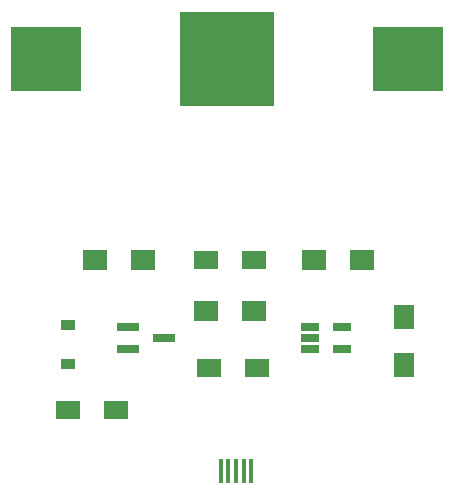
<source format=gbr>
G04 #@! TF.FileFunction,Paste,Top*
%FSLAX46Y46*%
G04 Gerber Fmt 4.6, Leading zero omitted, Abs format (unit mm)*
G04 Created by KiCad (PCBNEW 4.0.4-stable) date 10/14/18 22:48:43*
%MOMM*%
%LPD*%
G01*
G04 APERTURE LIST*
%ADD10C,0.100000*%
%ADD11R,6.000000X5.500000*%
%ADD12R,8.000000X8.000000*%
%ADD13R,2.000000X1.600000*%
%ADD14R,2.000000X1.700000*%
%ADD15R,1.200000X0.900000*%
%ADD16R,0.400000X2.000000*%
%ADD17R,1.900000X0.800000*%
%ADD18R,1.700000X2.000000*%
%ADD19R,1.560000X0.650000*%
G04 APERTURE END LIST*
D10*
D11*
X150428000Y-53340000D03*
X119828000Y-53340000D03*
D12*
X135128000Y-53340000D03*
D13*
X133636000Y-79502000D03*
X137636000Y-79502000D03*
X133382000Y-70358000D03*
X137382000Y-70358000D03*
X121698000Y-83058000D03*
X125698000Y-83058000D03*
D14*
X137382000Y-74676000D03*
X133382000Y-74676000D03*
D15*
X121666000Y-79120000D03*
X121666000Y-75820000D03*
D16*
X134599680Y-88242140D03*
X135232140Y-88242140D03*
X135877300Y-88234520D03*
X136535160Y-88247220D03*
X137185400Y-88247220D03*
D17*
X126770000Y-76012000D03*
X126770000Y-77912000D03*
X129770000Y-76962000D03*
D14*
X123984000Y-70358000D03*
X127984000Y-70358000D03*
X142526000Y-70358000D03*
X146526000Y-70358000D03*
D18*
X150114000Y-79216000D03*
X150114000Y-75216000D03*
D19*
X142160000Y-76012000D03*
X142160000Y-76962000D03*
X142160000Y-77912000D03*
X144860000Y-77912000D03*
X144860000Y-76012000D03*
M02*

</source>
